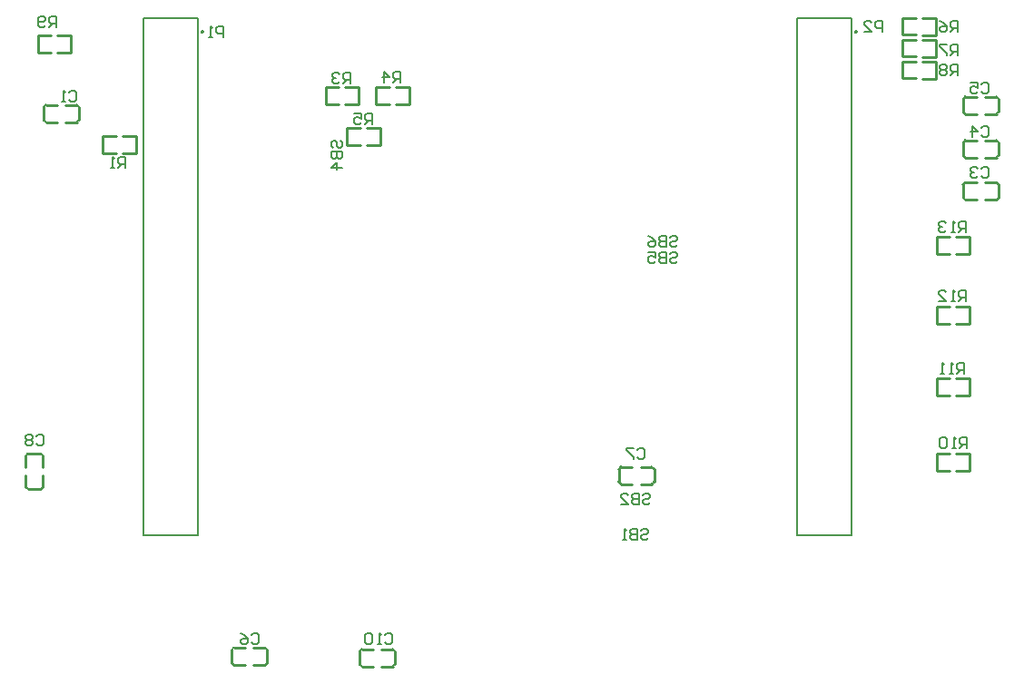
<source format=gbo>
G04*
G04 #@! TF.GenerationSoftware,Altium Limited,Altium Designer,19.1.7 (138)*
G04*
G04 Layer_Color=32896*
%FSLAX25Y25*%
%MOIN*%
G70*
G01*
G75*
%ADD10C,0.01000*%
%ADD11C,0.00787*%
%ADD15C,0.00500*%
G36*
X90800Y258300D02*
D01*
D02*
G37*
G36*
X85700Y267900D02*
X85800Y268000D01*
X86600D01*
Y267900D01*
X86800Y267700D01*
X86700Y267600D01*
Y267000D01*
X86500D01*
X86300Y266800D01*
X85900D01*
Y266900D01*
X85600Y267200D01*
X85700Y267900D01*
D02*
G37*
G36*
X330800Y258300D02*
D01*
D02*
G37*
G36*
X325700Y267900D02*
X325800Y268000D01*
X326600D01*
Y267900D01*
X326800Y267700D01*
X326700Y267600D01*
Y267000D01*
X326500D01*
X326300Y266800D01*
X325900D01*
Y266900D01*
X325600Y267200D01*
X325700Y267900D01*
D02*
G37*
D10*
X365547Y238138D02*
G03*
X366335Y237350I787J0D01*
G01*
X366335Y243650D02*
G03*
X365547Y242862I0J-788D01*
G01*
X377752Y237350D02*
G03*
X378539Y238138I0J787D01*
G01*
Y242862D02*
G03*
X377752Y243650I-788J0D01*
G01*
X365547Y222138D02*
G03*
X366335Y221350I787J0D01*
G01*
X366335Y227650D02*
G03*
X365547Y226862I0J-788D01*
G01*
X377752Y221350D02*
G03*
X378539Y222138I0J787D01*
G01*
Y226862D02*
G03*
X377752Y227650I-788J0D01*
G01*
X365547Y206638D02*
G03*
X366335Y205850I787J0D01*
G01*
X366335Y212150D02*
G03*
X365547Y211362I0J-788D01*
G01*
X377752Y205850D02*
G03*
X378539Y206638I0J787D01*
G01*
Y211362D02*
G03*
X377752Y212150I-788J0D01*
G01*
X143960Y35138D02*
G03*
X144748Y34350I787J0D01*
G01*
X144748Y40650D02*
G03*
X143960Y39862I0J-788D01*
G01*
X156165Y34350D02*
G03*
X156953Y35138I0J787D01*
G01*
Y39862D02*
G03*
X156165Y40650I-788J0D01*
G01*
X96961Y35638D02*
G03*
X97748Y34850I787J0D01*
G01*
X97748Y41150D02*
G03*
X96961Y40362I0J-788D01*
G01*
X109165Y34850D02*
G03*
X109953Y35638I0J787D01*
G01*
Y40362D02*
G03*
X109165Y41150I-788J0D01*
G01*
X252074Y106862D02*
G03*
X251287Y107650I-787J0D01*
G01*
X251287Y101350D02*
G03*
X252074Y102138I0J788D01*
G01*
X239869Y107650D02*
G03*
X239082Y106862I0J-787D01*
G01*
Y102138D02*
G03*
X239869Y101350I788J0D01*
G01*
X22138Y112540D02*
G03*
X21350Y111752I0J-787D01*
G01*
X27650Y111752D02*
G03*
X26862Y112540I-788J0D01*
G01*
X21350Y100335D02*
G03*
X22138Y99547I787J0D01*
G01*
X26862D02*
G03*
X27650Y100335I0J788D01*
G01*
X40953Y239862D02*
G03*
X40165Y240650I-787J0D01*
G01*
X40165Y234350D02*
G03*
X40953Y235138I0J788D01*
G01*
X28748Y240650D02*
G03*
X27961Y239862I0J-787D01*
G01*
Y235138D02*
G03*
X28748Y234350I788J0D01*
G01*
X343246Y266370D02*
Y272670D01*
X350532Y272650D02*
X355453D01*
X350532Y266350D02*
X355453D01*
X343246Y272670D02*
X348167D01*
X343246Y266370D02*
X348167D01*
X355453Y266350D02*
Y272650D01*
X343246Y250370D02*
Y256670D01*
X350532Y256650D02*
X355453D01*
X350532Y250350D02*
X355453D01*
X343246Y256670D02*
X348167D01*
X343246Y250370D02*
X348167D01*
X355453Y250350D02*
Y256650D01*
X343246Y258370D02*
Y264670D01*
X350532Y264650D02*
X355453D01*
X350532Y258350D02*
X355453D01*
X343246Y264670D02*
X348167D01*
X343246Y258370D02*
X348167D01*
X355453Y258350D02*
Y264650D01*
X355748Y133850D02*
Y140150D01*
X363034Y140130D02*
X367955D01*
X363034Y133830D02*
X367955D01*
X355748Y140150D02*
X360670D01*
X355748Y133850D02*
X360670D01*
X367955Y133830D02*
Y140130D01*
X378539Y238138D02*
Y242862D01*
X366531Y237350D02*
X370468D01*
X366531Y243650D02*
X370468D01*
X373618Y237350D02*
X377555D01*
X373618Y243650D02*
X377555D01*
X365547Y238138D02*
Y242862D01*
X366335Y237350D02*
X366531D01*
X366335Y243650D02*
X366531D01*
X377555Y237350D02*
X377752D01*
X377555Y243650D02*
X377752D01*
X378539Y222138D02*
Y226862D01*
X366531Y221350D02*
X370468D01*
X366531Y227650D02*
X370468D01*
X373618Y221350D02*
X377555D01*
X373618Y227650D02*
X377555D01*
X365547Y222138D02*
Y226862D01*
X366335Y221350D02*
X366531D01*
X366335Y227650D02*
X366531D01*
X377555Y221350D02*
X377752D01*
X377555Y227650D02*
X377752D01*
X378539Y206638D02*
Y211362D01*
X366531Y205850D02*
X370468D01*
X366531Y212150D02*
X370468D01*
X373618Y205850D02*
X377555D01*
X373618Y212150D02*
X377555D01*
X365547Y206638D02*
Y211362D01*
X366335Y205850D02*
X366531D01*
X366335Y212150D02*
X366531D01*
X377555Y205850D02*
X377752D01*
X377555Y212150D02*
X377752D01*
X131395Y240764D02*
Y247063D01*
X138681Y247043D02*
X143602D01*
X138681Y240744D02*
X143602D01*
X131395Y247063D02*
X136316D01*
X131395Y240764D02*
X136316D01*
X143602Y240744D02*
Y247043D01*
X149895Y240764D02*
Y247063D01*
X157181Y247043D02*
X162102D01*
X157181Y240744D02*
X162102D01*
X149895Y247063D02*
X154816D01*
X149895Y240764D02*
X154816D01*
X162102Y240744D02*
Y247043D01*
X139246Y225870D02*
Y232170D01*
X146531Y232150D02*
X151453D01*
X146531Y225850D02*
X151453D01*
X139246Y232170D02*
X144167D01*
X139246Y225870D02*
X144167D01*
X151453Y225850D02*
Y232150D01*
X156953Y35138D02*
Y39862D01*
X144945Y34350D02*
X148882D01*
X144945Y40650D02*
X148882D01*
X152032Y34350D02*
X155968D01*
X152032Y40650D02*
X155968D01*
X143960Y35138D02*
Y39862D01*
X144748Y34350D02*
X144945D01*
X144748Y40650D02*
X144945D01*
X155968Y34350D02*
X156165D01*
X155968Y40650D02*
X156165D01*
X109953Y35638D02*
Y40362D01*
X97945Y34850D02*
X101882D01*
X97945Y41150D02*
X101882D01*
X105032Y34850D02*
X108968D01*
X105032Y41150D02*
X108968D01*
X96961Y35638D02*
Y40362D01*
X97748Y34850D02*
X97945D01*
X97748Y41150D02*
X97945D01*
X108968Y34850D02*
X109165D01*
X108968Y41150D02*
X109165D01*
X239082Y102138D02*
Y106862D01*
X247153Y107650D02*
X251090D01*
X247153Y101350D02*
X251090D01*
X240066Y107650D02*
X244003D01*
X240066Y101350D02*
X244003D01*
X252074Y102138D02*
Y106862D01*
X251090Y107650D02*
X251287D01*
X251090Y101350D02*
X251287D01*
X239869Y107650D02*
X240066D01*
X239869Y101350D02*
X240066D01*
X22138Y99547D02*
X26862D01*
X21350Y107618D02*
Y111555D01*
X27650Y107618D02*
Y111555D01*
X21350Y100532D02*
Y104468D01*
X27650Y100532D02*
Y104468D01*
X22138Y112540D02*
X26862D01*
X21350Y111555D02*
Y111752D01*
X27650Y111555D02*
Y111752D01*
X21350Y100335D02*
Y100532D01*
X27650Y100335D02*
Y100532D01*
X37955Y259830D02*
Y266130D01*
X25748Y259850D02*
X30670D01*
X25748Y266150D02*
X30670D01*
X33034Y259830D02*
X37955D01*
X33034Y266130D02*
X37955D01*
X25748Y259850D02*
Y266150D01*
X27961Y235138D02*
Y239862D01*
X36031Y240650D02*
X39969D01*
X36031Y234350D02*
X39969D01*
X28945Y240650D02*
X32882D01*
X28945Y234350D02*
X32882D01*
X40953Y235138D02*
Y239862D01*
X39969Y240650D02*
X40165D01*
X39969Y234350D02*
X40165D01*
X28748Y240650D02*
X28945D01*
X28748Y234350D02*
X28945D01*
X61754Y222830D02*
Y229130D01*
X49547Y222850D02*
X54469D01*
X49547Y229150D02*
X54469D01*
X56833Y222830D02*
X61754D01*
X56833Y229130D02*
X61754D01*
X49547Y222850D02*
Y229150D01*
X367955Y106330D02*
Y112630D01*
X355748Y106350D02*
X360670D01*
X355748Y112650D02*
X360670D01*
X363034Y106330D02*
X367955D01*
X363034Y112630D02*
X367955D01*
X355748Y106350D02*
Y112650D01*
X367955Y185830D02*
Y192130D01*
X355748Y185850D02*
X360670D01*
X355748Y192150D02*
X360670D01*
X363034Y185830D02*
X367955D01*
X363034Y192130D02*
X367955D01*
X355748Y185850D02*
Y192150D01*
X367955Y160330D02*
Y166630D01*
X355748Y160350D02*
X360670D01*
X355748Y166650D02*
X360670D01*
X363034Y160330D02*
X367955D01*
X363034Y166630D02*
X367955D01*
X355748Y160350D02*
Y166650D01*
D11*
X304500Y82500D02*
X324500D01*
X304500Y272500D02*
X324500D01*
X304500Y82500D02*
Y272500D01*
X324500Y82500D02*
Y272500D01*
X64500Y82500D02*
X84500D01*
X64500Y272500D02*
X84500D01*
X64500Y82500D02*
Y272500D01*
X84500Y82500D02*
Y272500D01*
D15*
X326800Y267500D02*
G03*
X326800Y267500I-600J0D01*
G01*
X86800D02*
G03*
X86800Y267500I-600J0D01*
G01*
X257834Y191832D02*
X258501Y192499D01*
X259834D01*
X260500Y191832D01*
Y191166D01*
X259834Y190499D01*
X258501D01*
X257834Y189833D01*
Y189166D01*
X258501Y188500D01*
X259834D01*
X260500Y189166D01*
X256501Y192499D02*
Y188500D01*
X254502D01*
X253836Y189166D01*
Y189833D01*
X254502Y190499D01*
X256501D01*
X254502D01*
X253836Y191166D01*
Y191832D01*
X254502Y192499D01*
X256501D01*
X249837D02*
X251170Y191832D01*
X252503Y190499D01*
Y189166D01*
X251836Y188500D01*
X250503D01*
X249837Y189166D01*
Y189833D01*
X250503Y190499D01*
X252503D01*
X257834Y185832D02*
X258501Y186499D01*
X259834D01*
X260500Y185832D01*
Y185166D01*
X259834Y184499D01*
X258501D01*
X257834Y183833D01*
Y183167D01*
X258501Y182500D01*
X259834D01*
X260500Y183167D01*
X256501Y186499D02*
Y182500D01*
X254502D01*
X253836Y183167D01*
Y183833D01*
X254502Y184499D01*
X256501D01*
X254502D01*
X253836Y185166D01*
Y185832D01*
X254502Y186499D01*
X256501D01*
X249837D02*
X252503D01*
Y184499D01*
X251170Y185166D01*
X250503D01*
X249837Y184499D01*
Y183167D01*
X250503Y182500D01*
X251836D01*
X252503Y183167D01*
X134168Y224834D02*
X133501Y225501D01*
Y226834D01*
X134168Y227500D01*
X134834D01*
X135501Y226834D01*
Y225501D01*
X136167Y224834D01*
X136834D01*
X137500Y225501D01*
Y226834D01*
X136834Y227500D01*
X133501Y223501D02*
X137500D01*
Y221502D01*
X136834Y220835D01*
X136167D01*
X135501Y221502D01*
Y223501D01*
Y221502D01*
X134834Y220835D01*
X134168D01*
X133501Y221502D01*
Y223501D01*
X137500Y217503D02*
X133501D01*
X135501Y219503D01*
Y216837D01*
X247834Y97332D02*
X248501Y97999D01*
X249834D01*
X250500Y97332D01*
Y96666D01*
X249834Y95999D01*
X248501D01*
X247834Y95333D01*
Y94666D01*
X248501Y94000D01*
X249834D01*
X250500Y94666D01*
X246501Y97999D02*
Y94000D01*
X244502D01*
X243835Y94666D01*
Y95333D01*
X244502Y95999D01*
X246501D01*
X244502D01*
X243835Y96666D01*
Y97332D01*
X244502Y97999D01*
X246501D01*
X239837Y94000D02*
X242503D01*
X239837Y96666D01*
Y97332D01*
X240503Y97999D01*
X241836D01*
X242503Y97332D01*
X247334Y84232D02*
X248001Y84899D01*
X249334D01*
X250000Y84232D01*
Y83566D01*
X249334Y82899D01*
X248001D01*
X247334Y82233D01*
Y81566D01*
X248001Y80900D01*
X249334D01*
X250000Y81566D01*
X246001Y84899D02*
Y80900D01*
X244002D01*
X243336Y81566D01*
Y82233D01*
X244002Y82899D01*
X246001D01*
X244002D01*
X243336Y83566D01*
Y84232D01*
X244002Y84899D01*
X246001D01*
X242003Y80900D02*
X240670D01*
X241336D01*
Y84899D01*
X242003Y84232D01*
X366500Y194000D02*
Y197999D01*
X364501D01*
X363834Y197332D01*
Y195999D01*
X364501Y195333D01*
X366500D01*
X365167D02*
X363834Y194000D01*
X362501D02*
X361168D01*
X361835D01*
Y197999D01*
X362501Y197332D01*
X359169D02*
X358503Y197999D01*
X357170D01*
X356503Y197332D01*
Y196666D01*
X357170Y195999D01*
X357836D01*
X357170D01*
X356503Y195333D01*
Y194667D01*
X357170Y194000D01*
X358503D01*
X359169Y194667D01*
X366500Y168500D02*
Y172499D01*
X364501D01*
X363834Y171832D01*
Y170499D01*
X364501Y169833D01*
X366500D01*
X365167D02*
X363834Y168500D01*
X362501D02*
X361168D01*
X361835D01*
Y172499D01*
X362501Y171832D01*
X356503Y168500D02*
X359169D01*
X356503Y171166D01*
Y171832D01*
X357170Y172499D01*
X358503D01*
X359169Y171832D01*
X366000Y142000D02*
Y145999D01*
X364001D01*
X363334Y145332D01*
Y143999D01*
X364001Y143333D01*
X366000D01*
X364667D02*
X363334Y142000D01*
X362001D02*
X360668D01*
X361335D01*
Y145999D01*
X362001Y145332D01*
X358669Y142000D02*
X357336D01*
X358003D01*
Y145999D01*
X358669Y145332D01*
X367000Y114500D02*
Y118499D01*
X365001D01*
X364334Y117832D01*
Y116499D01*
X365001Y115833D01*
X367000D01*
X365667D02*
X364334Y114500D01*
X363001D02*
X361668D01*
X362335D01*
Y118499D01*
X363001Y117832D01*
X359669D02*
X359003Y118499D01*
X357670D01*
X357003Y117832D01*
Y115166D01*
X357670Y114500D01*
X359003D01*
X359669Y115166D01*
Y117832D01*
X32400Y269100D02*
Y273099D01*
X30401D01*
X29734Y272432D01*
Y271099D01*
X30401Y270433D01*
X32400D01*
X31067D02*
X29734Y269100D01*
X28401Y269766D02*
X27735Y269100D01*
X26402D01*
X25736Y269766D01*
Y272432D01*
X26402Y273099D01*
X27735D01*
X28401Y272432D01*
Y271766D01*
X27735Y271099D01*
X25736D01*
X363500Y251500D02*
Y255499D01*
X361501D01*
X360834Y254832D01*
Y253499D01*
X361501Y252833D01*
X363500D01*
X362167D02*
X360834Y251500D01*
X359501Y254832D02*
X358835Y255499D01*
X357502D01*
X356836Y254832D01*
Y254166D01*
X357502Y253499D01*
X356836Y252833D01*
Y252166D01*
X357502Y251500D01*
X358835D01*
X359501Y252166D01*
Y252833D01*
X358835Y253499D01*
X359501Y254166D01*
Y254832D01*
X358835Y253499D02*
X357502D01*
X363500Y259000D02*
Y262999D01*
X361501D01*
X360834Y262332D01*
Y260999D01*
X361501Y260333D01*
X363500D01*
X362167D02*
X360834Y259000D01*
X359501Y262999D02*
X356836D01*
Y262332D01*
X359501Y259666D01*
Y259000D01*
X363500Y267500D02*
Y271499D01*
X361501D01*
X360834Y270832D01*
Y269499D01*
X361501Y268833D01*
X363500D01*
X362167D02*
X360834Y267500D01*
X356836Y271499D02*
X358168Y270832D01*
X359501Y269499D01*
Y268166D01*
X358835Y267500D01*
X357502D01*
X356836Y268166D01*
Y268833D01*
X357502Y269499D01*
X359501D01*
X148500Y233500D02*
Y237499D01*
X146501D01*
X145834Y236832D01*
Y235499D01*
X146501Y234833D01*
X148500D01*
X147167D02*
X145834Y233500D01*
X141835Y237499D02*
X144501D01*
Y235499D01*
X143168Y236166D01*
X142502D01*
X141835Y235499D01*
Y234166D01*
X142502Y233500D01*
X143835D01*
X144501Y234166D01*
X159000Y249000D02*
Y252999D01*
X157001D01*
X156334Y252332D01*
Y250999D01*
X157001Y250333D01*
X159000D01*
X157667D02*
X156334Y249000D01*
X153002D02*
Y252999D01*
X155001Y250999D01*
X152336D01*
X140500Y248500D02*
Y252499D01*
X138501D01*
X137834Y251832D01*
Y250499D01*
X138501Y249833D01*
X140500D01*
X139167D02*
X137834Y248500D01*
X136501Y251832D02*
X135835Y252499D01*
X134502D01*
X133835Y251832D01*
Y251166D01*
X134502Y250499D01*
X135168D01*
X134502D01*
X133835Y249833D01*
Y249166D01*
X134502Y248500D01*
X135835D01*
X136501Y249166D01*
X58000Y217500D02*
Y221499D01*
X56001D01*
X55334Y220832D01*
Y219499D01*
X56001Y218833D01*
X58000D01*
X56667D02*
X55334Y217500D01*
X54001D02*
X52668D01*
X53335D01*
Y221499D01*
X54001Y220832D01*
X336000Y267500D02*
Y271499D01*
X334001D01*
X333334Y270832D01*
Y269499D01*
X334001Y268833D01*
X336000D01*
X329335Y267500D02*
X332001D01*
X329335Y270166D01*
Y270832D01*
X330002Y271499D01*
X331335D01*
X332001Y270832D01*
X94000Y265500D02*
Y269499D01*
X92001D01*
X91334Y268832D01*
Y267499D01*
X92001Y266833D01*
X94000D01*
X90001Y265500D02*
X88668D01*
X89335D01*
Y269499D01*
X90001Y268832D01*
X153334Y45832D02*
X154001Y46499D01*
X155333D01*
X156000Y45832D01*
Y43166D01*
X155333Y42500D01*
X154001D01*
X153334Y43166D01*
X152001Y42500D02*
X150668D01*
X151335D01*
Y46499D01*
X152001Y45832D01*
X148669D02*
X148003Y46499D01*
X146670D01*
X146003Y45832D01*
Y43166D01*
X146670Y42500D01*
X148003D01*
X148669Y43166D01*
Y45832D01*
X25334Y118832D02*
X26001Y119499D01*
X27334D01*
X28000Y118832D01*
Y116166D01*
X27334Y115500D01*
X26001D01*
X25334Y116166D01*
X24001Y118832D02*
X23335Y119499D01*
X22002D01*
X21336Y118832D01*
Y118166D01*
X22002Y117499D01*
X21336Y116833D01*
Y116166D01*
X22002Y115500D01*
X23335D01*
X24001Y116166D01*
Y116833D01*
X23335Y117499D01*
X24001Y118166D01*
Y118832D01*
X23335Y117499D02*
X22002D01*
X245834Y113832D02*
X246501Y114499D01*
X247834D01*
X248500Y113832D01*
Y111167D01*
X247834Y110500D01*
X246501D01*
X245834Y111167D01*
X244501Y114499D02*
X241835D01*
Y113832D01*
X244501Y111167D01*
Y110500D01*
X104334Y45832D02*
X105001Y46499D01*
X106333D01*
X107000Y45832D01*
Y43166D01*
X106333Y42500D01*
X105001D01*
X104334Y43166D01*
X100336Y46499D02*
X101668Y45832D01*
X103001Y44499D01*
Y43166D01*
X102335Y42500D01*
X101002D01*
X100336Y43166D01*
Y43833D01*
X101002Y44499D01*
X103001D01*
X372334Y248332D02*
X373001Y248999D01*
X374334D01*
X375000Y248332D01*
Y245666D01*
X374334Y245000D01*
X373001D01*
X372334Y245666D01*
X368336Y248999D02*
X371001D01*
Y246999D01*
X369668Y247666D01*
X369002D01*
X368336Y246999D01*
Y245666D01*
X369002Y245000D01*
X370335D01*
X371001Y245666D01*
X372334Y232332D02*
X373001Y232999D01*
X374334D01*
X375000Y232332D01*
Y229666D01*
X374334Y229000D01*
X373001D01*
X372334Y229666D01*
X369002Y229000D02*
Y232999D01*
X371001Y230999D01*
X368336D01*
X372334Y217332D02*
X373001Y217999D01*
X374334D01*
X375000Y217332D01*
Y214666D01*
X374334Y214000D01*
X373001D01*
X372334Y214666D01*
X371001Y217332D02*
X370335Y217999D01*
X369002D01*
X368336Y217332D01*
Y216666D01*
X369002Y215999D01*
X369668D01*
X369002D01*
X368336Y215333D01*
Y214666D01*
X369002Y214000D01*
X370335D01*
X371001Y214666D01*
X37248Y245332D02*
X37914Y245999D01*
X39247D01*
X39913Y245332D01*
Y242666D01*
X39247Y242000D01*
X37914D01*
X37248Y242666D01*
X35915Y242000D02*
X34582D01*
X35248D01*
Y245999D01*
X35915Y245332D01*
M02*

</source>
